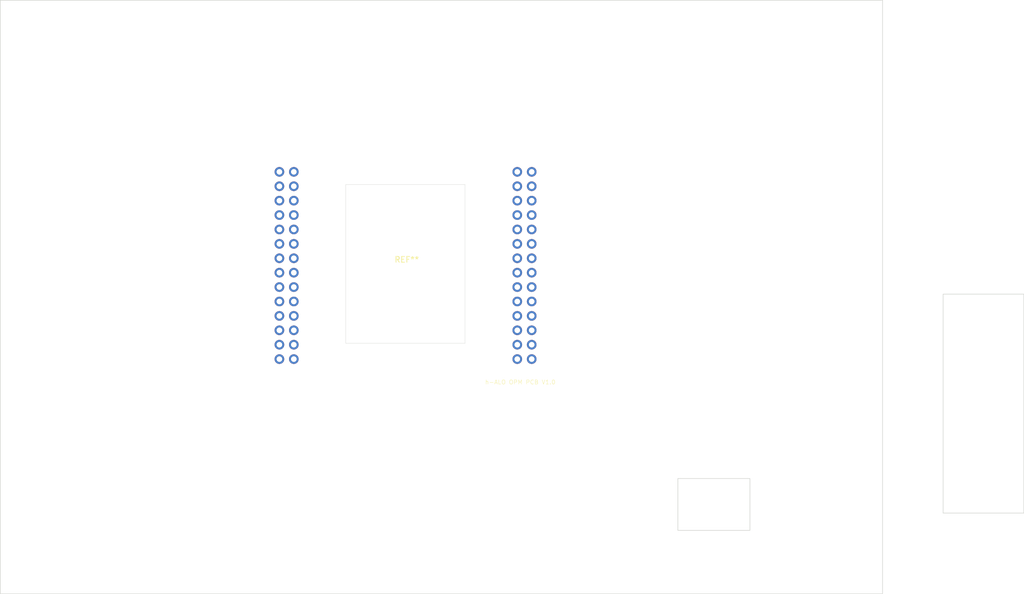
<source format=kicad_pcb>
(kicad_pcb (version 20211014) (generator pcbnew)
  (layers (0 "F.Cu" signal) (31 "B.Cu" signal) (34 "B.Paste" user) (35 "F.Paste" user) (36 "B.SilkS" user "B.Silkscreen") (37 "F.SilkS" user "F.Silkscreen") (38 "B.Mask" user) (39 "F.Mask" user) (44 "Edge.Cuts" user))
  (net 0 "")
  (footprint "h-ALO:h-ALO-sensor" (layer "F.Cu") (at 132.08 97.028)
    (fp_text reference "REF**" (at 0 -0.5 unlocked) (layer "F.SilkS"))
    (fp_text value "h-ALO-sensor")
    (fp_text user "h-ALO OPM PCB V1.0" (at 13.75 21.55) (layer "F.SilkS") (effects (font (size 0.747776 0.747776) (thickness 0.065024)) (justify left bottom)))
    (fp_line (start -10.75 -13.75) (end 10.25 -13.75) (layer "Edge.Cuts") (width 0.05))
    (fp_line (start -10.75 14.25) (end 10.25 14.25) (layer "Edge.Cuts") (width 0.05))
    (fp_line (start 10.25 -13.75) (end 10.25 14.25) (layer "Edge.Cuts") (width 0.05))
    (fp_line (start -10.75 -13.75) (end -10.75 14.25) (layer "Edge.Cuts") (width 0.05))
    (pad "" thru_hole oval (at -22.45 -8.355) (size 1.7 1.7) (drill 1) (layers *.Cu *.Mask))
    (pad "" thru_hole oval (at -19.91 11.965) (size 1.7 1.7) (drill 1) (layers *.Cu *.Mask))
    (pad "" thru_hole oval (at -19.91 -0.735) (size 1.7 1.7) (drill 1) (layers *.Cu *.Mask))
    (pad "" thru_hole oval (at 19.46 -15.975) (size 1.7 1.7) (drill 1) (layers *.Cu *.Mask))
    (pad "" thru_hole oval (at 19.46 1.805) (size 1.7 1.7) (drill 1) (layers *.Cu *.Mask))
    (pad "" thru_hole oval (at -19.91 14.505) (size 1.7 1.7) (drill 1) (layers *.Cu *.Mask))
    (pad "" thru_hole oval (at 22 4.345) (size 1.7 1.7) (drill 1) (layers *.Cu *.Mask))
    (pad "" thru_hole oval (at 22 6.885) (size 1.7 1.7) (drill 1) (layers *.Cu *.Mask))
    (pad "" thru_hole oval (at 19.46 6.885) (size 1.7 1.7) (drill 1) (layers *.Cu *.Mask))
    (pad "" thru_hole oval (at -19.91 6.885) (size 1.7 1.7) (drill 1) (layers *.Cu *.Mask))
    (pad "" thru_hole oval (at -22.45 -5.815) (size 1.7 1.7) (drill 1) (layers *.Cu *.Mask))
    (pad "" thru_hole oval (at 22 -3.275) (size 1.7 1.7) (drill 1) (layers *.Cu *.Mask))
    (pad "" thru_hole oval (at -22.45 14.505) (size 1.7 1.7) (drill 1) (layers *.Cu *.Mask))
    (pad "" thru_hole oval (at -22.45 11.965) (size 1.7 1.7) (drill 1) (layers *.Cu *.Mask))
    (pad "" thru_hole oval (at 22 -10.895) (size 1.7 1.7) (drill 1) (layers *.Cu *.Mask))
    (pad "" thru_hole oval (at -19.91 -10.895) (size 1.7 1.7) (drill 1) (layers *.Cu *.Mask))
    (pad "" thru_hole oval (at -19.91 -13.435) (size 1.7 1.7) (drill 1) (layers *.Cu *.Mask))
    (pad "" thru_hole oval (at 22 11.965) (size 1.7 1.7) (drill 1) (layers *.Cu *.Mask))
    (pad "" thru_hole oval (at 22 14.505) (size 1.7 1.7) (drill 1) (layers *.Cu *.Mask))
    (pad "" thru_hole oval (at -22.45 -3.275) (size 1.7 1.7) (drill 1) (layers *.Cu *.Mask))
    (pad "" thru_hole oval (at -19.91 -5.815) (size 1.7 1.7) (drill 1) (layers *.Cu *.Mask))
    (pad "" thru_hole oval (at -22.45 1.805) (size 1.7 1.7) (drill 1) (layers *.Cu *.Mask))
    (pad "" thru_hole oval (at 19.46 9.425) (size 1.7 1.7) (drill 1) (layers *.Cu *.Mask))
    (pad "" thru_hole oval (at 19.46 14.505) (size 1.7 1.7) (drill 1) (layers *.Cu *.Mask))
    (pad "" thru_hole oval (at -22.45 6.885) (size 1.7 1.7) (drill 1) (layers *.Cu *.Mask))
    (pad "" thru_hole oval (at 19.46 -10.895) (size 1.7 1.7) (drill 1) (layers *.Cu *.Mask))
    (pad "" thru_hole oval (at 22 -13.435) (size 1.7 1.7) (drill 1) (layers *.Cu *.Mask))
    (pad "" thru_hole oval (at 19.46 17.045) (size 1.7 1.7) (drill 1) (layers *.Cu *.Mask))
    (pad "" thru_hole oval (at 19.46 -5.815) (size 1.7 1.7) (drill 1) (layers *.Cu *.Mask))
    (pad "" thru_hole oval (at -19.91 1.805) (size 1.7 1.7) (drill 1) (layers *.Cu *.Mask))
    (pad "" thru_hole oval (at 19.46 4.345) (size 1.7 1.7) (drill 1) (layers *.Cu *.Mask))
    (pad "" thru_hole oval (at 22 -15.975) (size 1.7 1.7) (drill 1) (layers *.Cu *.Mask))
    (pad "" thru_hole oval (at -22.45 9.425) (size 1.7 1.7) (drill 1) (layers *.Cu *.Mask))
    (pad "" thru_hole oval (at -22.45 4.345) (size 1.7 1.7) (drill 1) (layers *.Cu *.Mask))
    (pad "" thru_hole oval (at 22 17.045) (size 1.7 1.7) (drill 1) (layers *.Cu *.Mask))
    (pad "" thru_hole oval (at -19.91 9.425) (size 1.7 1.7) (drill 1) (layers *.Cu *.Mask))
    (pad "" thru_hole oval (at 22 9.425) (size 1.7 1.7) (drill 1) (layers *.Cu *.Mask))
    (pad "" thru_hole oval (at 19.46 11.965) (size 1.7 1.7) (drill 1) (layers *.Cu *.Mask))
    (pad "" thru_hole oval (at -19.91 17.045) (size 1.7 1.7) (drill 1) (layers *.Cu *.Mask))
    (pad "" thru_hole oval (at -19.91 -15.975) (size 1.7 1.7) (drill 1) (layers *.Cu *.Mask))
    (pad "" thru_hole oval (at 19.46 -3.275) (size 1.7 1.7) (drill 1) (layers *.Cu *.Mask))
    (pad "" thru_hole oval (at -22.45 -15.975) (size 1.7 1.7) (drill 1) (layers *.Cu *.Mask))
    (pad "" thru_hole oval (at -22.45 -13.435) (size 1.7 1.7) (drill 1) (layers *.Cu *.Mask))
    (pad "" thru_hole oval (at -22.45 -10.895) (size 1.7 1.7) (drill 1) (layers *.Cu *.Mask))
    (pad "" thru_hole oval (at 19.46 -8.355) (size 1.7 1.7) (drill 1) (layers *.Cu *.Mask))
    (pad "" thru_hole oval (at -22.45 -0.735) (size 1.7 1.7) (drill 1) (layers *.Cu *.Mask))
    (pad "" thru_hole oval (at -19.91 -8.355) (size 1.7 1.7) (drill 1) (layers *.Cu *.Mask))
    (pad "" thru_hole oval (at -19.91 -3.275) (size 1.7 1.7) (drill 1) (layers *.Cu *.Mask))
    (pad "" thru_hole oval (at 19.46 -0.735) (size 1.7 1.7) (drill 1) (layers *.Cu *.Mask))
    (pad "" thru_hole oval (at 22 -5.815) (size 1.7 1.7) (drill 1) (layers *.Cu *.Mask))
    (pad "" thru_hole oval (at 22 -0.735) (size 1.7 1.7) (drill 1) (layers *.Cu *.Mask))
    (pad "" thru_hole oval (at -22.45 17.045) (size 1.7 1.7) (drill 1) (layers *.Cu *.Mask))
    (pad "" thru_hole oval (at 22 1.805) (size 1.7 1.7) (drill 1) (layers *.Cu *.Mask))
    (pad "" thru_hole oval (at 19.46 -13.435) (size 1.7 1.7) (drill 1) (layers *.Cu *.Mask))
    (pad "" thru_hole oval (at -19.91 4.345) (size 1.7 1.7) (drill 1) (layers *.Cu *.Mask))
    (pad "" thru_hole oval (at 22 -8.355) (size 1.7 1.7) (drill 1) (layers *.Cu *.Mask))
  )
  (gr_rect (start 179.832 135.128) (end 192.532 144.272) (layer "Edge.Cuts") (width 0.1) (fill none))
  (gr_rect (start 240.792 141.224) (end 226.568 102.616) (layer "Edge.Cuts") (width 0.1) (fill none))
  (gr_rect (start 60.452 50.8) (end 215.9 155.448) (layer "Edge.Cuts") (width 0.1) (fill none))
)
</source>
